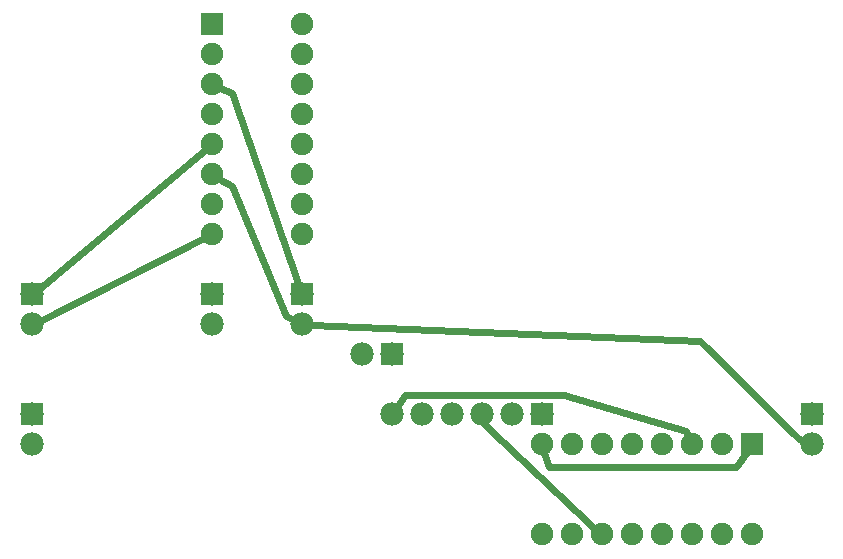
<source format=gbl>
G04 MADE WITH FRITZING*
G04 WWW.FRITZING.ORG*
G04 DOUBLE SIDED*
G04 HOLES PLATED*
G04 CONTOUR ON CENTER OF CONTOUR VECTOR*
%ASAXBY*%
%FSLAX23Y23*%
%MOIN*%
%OFA0B0*%
%SFA1.0B1.0*%
%ADD10C,0.075000*%
%ADD11C,0.078000*%
%ADD12R,0.075000X0.075000*%
%ADD13R,0.078000X0.078000*%
%ADD14C,0.024000*%
%LNCOPPER0*%
G90*
G70*
G54D10*
X711Y2078D03*
X1011Y2078D03*
X711Y1978D03*
X1011Y1978D03*
X711Y1878D03*
X1011Y1878D03*
X711Y1778D03*
X1011Y1778D03*
X711Y1678D03*
X1011Y1678D03*
X711Y1578D03*
X1011Y1578D03*
X711Y1478D03*
X1011Y1478D03*
X711Y1378D03*
X1011Y1378D03*
G54D11*
X111Y1178D03*
X111Y1078D03*
X111Y778D03*
X111Y678D03*
X711Y1178D03*
X711Y1078D03*
X1011Y1178D03*
X1011Y1078D03*
X1811Y778D03*
X1711Y778D03*
X1611Y778D03*
X1511Y778D03*
X1411Y778D03*
X1311Y778D03*
G54D10*
X2511Y678D03*
X2511Y378D03*
X2411Y678D03*
X2411Y378D03*
X2311Y678D03*
X2311Y378D03*
X2211Y678D03*
X2211Y378D03*
X2111Y678D03*
X2111Y378D03*
X2011Y678D03*
X2011Y378D03*
X1911Y678D03*
X1911Y378D03*
X1811Y678D03*
X1811Y378D03*
G54D11*
X1311Y978D03*
X1211Y978D03*
X2711Y778D03*
X2711Y678D03*
G54D12*
X711Y2078D03*
G54D13*
X111Y1178D03*
X111Y778D03*
X711Y1178D03*
X1011Y1178D03*
X1811Y778D03*
G54D12*
X2511Y678D03*
G54D13*
X1311Y978D03*
X2711Y778D03*
G54D14*
X138Y1091D02*
X686Y1365D01*
D02*
X2495Y654D02*
X2460Y602D01*
X2460Y602D02*
X1836Y602D01*
X1836Y602D02*
X1820Y651D01*
D02*
X1619Y749D02*
X1620Y746D01*
X1620Y746D02*
X1990Y397D01*
D02*
X134Y1197D02*
X689Y1659D01*
D02*
X1328Y802D02*
X1356Y842D01*
X1356Y842D02*
X1884Y842D01*
X1884Y842D02*
X2292Y722D01*
X2292Y722D02*
X2300Y704D01*
D02*
X738Y1867D02*
X780Y1850D01*
X780Y1850D02*
X1001Y1206D01*
D02*
X736Y1564D02*
X780Y1538D01*
X780Y1538D02*
X960Y1106D01*
X960Y1106D02*
X985Y1092D01*
D02*
X2683Y690D02*
X2664Y698D01*
X2664Y698D02*
X2340Y1022D01*
X2340Y1022D02*
X1041Y1077D01*
G04 End of Copper0*
M02*
</source>
